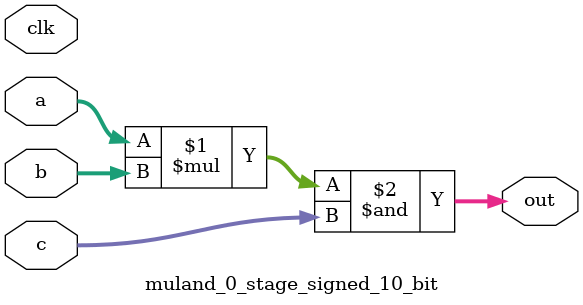
<source format=sv>
(* use_dsp = "yes" *) module muland_0_stage_signed_10_bit(
	input signed [9:0] a,
	input signed [9:0] b,
	input signed [9:0] c,
	output [9:0] out,
	input clk);

	assign out = (a * b) & c;
endmodule

</source>
